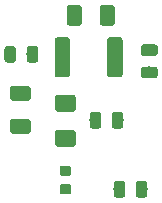
<source format=gbr>
G04 #@! TF.GenerationSoftware,KiCad,Pcbnew,5.0.1*
G04 #@! TF.CreationDate,2018-12-22T16:12:05+01:00*
G04 #@! TF.ProjectId,BiasT,42696173542E6B696361645F70636200,rev?*
G04 #@! TF.SameCoordinates,Original*
G04 #@! TF.FileFunction,Paste,Top*
G04 #@! TF.FilePolarity,Positive*
%FSLAX46Y46*%
G04 Gerber Fmt 4.6, Leading zero omitted, Abs format (unit mm)*
G04 Created by KiCad (PCBNEW 5.0.1) date Sat 22 Dec 2018 04:12:05 PM CET*
%MOMM*%
%LPD*%
G01*
G04 APERTURE LIST*
%ADD10C,0.100000*%
%ADD11C,0.975000*%
%ADD12C,1.425000*%
%ADD13C,1.250000*%
%ADD14C,1.300000*%
%ADD15C,0.875000*%
G04 APERTURE END LIST*
D10*
G04 #@! TO.C,C1*
G36*
X149832142Y-74854674D02*
X149855803Y-74858184D01*
X149879007Y-74863996D01*
X149901529Y-74872054D01*
X149923153Y-74882282D01*
X149943670Y-74894579D01*
X149962883Y-74908829D01*
X149980607Y-74924893D01*
X149996671Y-74942617D01*
X150010921Y-74961830D01*
X150023218Y-74982347D01*
X150033446Y-75003971D01*
X150041504Y-75026493D01*
X150047316Y-75049697D01*
X150050826Y-75073358D01*
X150052000Y-75097250D01*
X150052000Y-75584750D01*
X150050826Y-75608642D01*
X150047316Y-75632303D01*
X150041504Y-75655507D01*
X150033446Y-75678029D01*
X150023218Y-75699653D01*
X150010921Y-75720170D01*
X149996671Y-75739383D01*
X149980607Y-75757107D01*
X149962883Y-75773171D01*
X149943670Y-75787421D01*
X149923153Y-75799718D01*
X149901529Y-75809946D01*
X149879007Y-75818004D01*
X149855803Y-75823816D01*
X149832142Y-75827326D01*
X149808250Y-75828500D01*
X148895750Y-75828500D01*
X148871858Y-75827326D01*
X148848197Y-75823816D01*
X148824993Y-75818004D01*
X148802471Y-75809946D01*
X148780847Y-75799718D01*
X148760330Y-75787421D01*
X148741117Y-75773171D01*
X148723393Y-75757107D01*
X148707329Y-75739383D01*
X148693079Y-75720170D01*
X148680782Y-75699653D01*
X148670554Y-75678029D01*
X148662496Y-75655507D01*
X148656684Y-75632303D01*
X148653174Y-75608642D01*
X148652000Y-75584750D01*
X148652000Y-75097250D01*
X148653174Y-75073358D01*
X148656684Y-75049697D01*
X148662496Y-75026493D01*
X148670554Y-75003971D01*
X148680782Y-74982347D01*
X148693079Y-74961830D01*
X148707329Y-74942617D01*
X148723393Y-74924893D01*
X148741117Y-74908829D01*
X148760330Y-74894579D01*
X148780847Y-74882282D01*
X148802471Y-74872054D01*
X148824993Y-74863996D01*
X148848197Y-74858184D01*
X148871858Y-74854674D01*
X148895750Y-74853500D01*
X149808250Y-74853500D01*
X149832142Y-74854674D01*
X149832142Y-74854674D01*
G37*
D11*
X149352000Y-75341000D03*
D10*
G36*
X149832142Y-76729674D02*
X149855803Y-76733184D01*
X149879007Y-76738996D01*
X149901529Y-76747054D01*
X149923153Y-76757282D01*
X149943670Y-76769579D01*
X149962883Y-76783829D01*
X149980607Y-76799893D01*
X149996671Y-76817617D01*
X150010921Y-76836830D01*
X150023218Y-76857347D01*
X150033446Y-76878971D01*
X150041504Y-76901493D01*
X150047316Y-76924697D01*
X150050826Y-76948358D01*
X150052000Y-76972250D01*
X150052000Y-77459750D01*
X150050826Y-77483642D01*
X150047316Y-77507303D01*
X150041504Y-77530507D01*
X150033446Y-77553029D01*
X150023218Y-77574653D01*
X150010921Y-77595170D01*
X149996671Y-77614383D01*
X149980607Y-77632107D01*
X149962883Y-77648171D01*
X149943670Y-77662421D01*
X149923153Y-77674718D01*
X149901529Y-77684946D01*
X149879007Y-77693004D01*
X149855803Y-77698816D01*
X149832142Y-77702326D01*
X149808250Y-77703500D01*
X148895750Y-77703500D01*
X148871858Y-77702326D01*
X148848197Y-77698816D01*
X148824993Y-77693004D01*
X148802471Y-77684946D01*
X148780847Y-77674718D01*
X148760330Y-77662421D01*
X148741117Y-77648171D01*
X148723393Y-77632107D01*
X148707329Y-77614383D01*
X148693079Y-77595170D01*
X148680782Y-77574653D01*
X148670554Y-77553029D01*
X148662496Y-77530507D01*
X148656684Y-77507303D01*
X148653174Y-77483642D01*
X148652000Y-77459750D01*
X148652000Y-76972250D01*
X148653174Y-76948358D01*
X148656684Y-76924697D01*
X148662496Y-76901493D01*
X148670554Y-76878971D01*
X148680782Y-76857347D01*
X148693079Y-76836830D01*
X148707329Y-76817617D01*
X148723393Y-76799893D01*
X148741117Y-76783829D01*
X148760330Y-76769579D01*
X148780847Y-76757282D01*
X148802471Y-76747054D01*
X148824993Y-76738996D01*
X148848197Y-76733184D01*
X148871858Y-76729674D01*
X148895750Y-76728500D01*
X149808250Y-76728500D01*
X149832142Y-76729674D01*
X149832142Y-76729674D01*
G37*
D11*
X149352000Y-77216000D03*
G04 #@! TD*
D10*
G04 #@! TO.C,C2*
G36*
X137838642Y-74993174D02*
X137862303Y-74996684D01*
X137885507Y-75002496D01*
X137908029Y-75010554D01*
X137929653Y-75020782D01*
X137950170Y-75033079D01*
X137969383Y-75047329D01*
X137987107Y-75063393D01*
X138003171Y-75081117D01*
X138017421Y-75100330D01*
X138029718Y-75120847D01*
X138039946Y-75142471D01*
X138048004Y-75164993D01*
X138053816Y-75188197D01*
X138057326Y-75211858D01*
X138058500Y-75235750D01*
X138058500Y-76148250D01*
X138057326Y-76172142D01*
X138053816Y-76195803D01*
X138048004Y-76219007D01*
X138039946Y-76241529D01*
X138029718Y-76263153D01*
X138017421Y-76283670D01*
X138003171Y-76302883D01*
X137987107Y-76320607D01*
X137969383Y-76336671D01*
X137950170Y-76350921D01*
X137929653Y-76363218D01*
X137908029Y-76373446D01*
X137885507Y-76381504D01*
X137862303Y-76387316D01*
X137838642Y-76390826D01*
X137814750Y-76392000D01*
X137327250Y-76392000D01*
X137303358Y-76390826D01*
X137279697Y-76387316D01*
X137256493Y-76381504D01*
X137233971Y-76373446D01*
X137212347Y-76363218D01*
X137191830Y-76350921D01*
X137172617Y-76336671D01*
X137154893Y-76320607D01*
X137138829Y-76302883D01*
X137124579Y-76283670D01*
X137112282Y-76263153D01*
X137102054Y-76241529D01*
X137093996Y-76219007D01*
X137088184Y-76195803D01*
X137084674Y-76172142D01*
X137083500Y-76148250D01*
X137083500Y-75235750D01*
X137084674Y-75211858D01*
X137088184Y-75188197D01*
X137093996Y-75164993D01*
X137102054Y-75142471D01*
X137112282Y-75120847D01*
X137124579Y-75100330D01*
X137138829Y-75081117D01*
X137154893Y-75063393D01*
X137172617Y-75047329D01*
X137191830Y-75033079D01*
X137212347Y-75020782D01*
X137233971Y-75010554D01*
X137256493Y-75002496D01*
X137279697Y-74996684D01*
X137303358Y-74993174D01*
X137327250Y-74992000D01*
X137814750Y-74992000D01*
X137838642Y-74993174D01*
X137838642Y-74993174D01*
G37*
D11*
X137571000Y-75692000D03*
D10*
G36*
X139713642Y-74993174D02*
X139737303Y-74996684D01*
X139760507Y-75002496D01*
X139783029Y-75010554D01*
X139804653Y-75020782D01*
X139825170Y-75033079D01*
X139844383Y-75047329D01*
X139862107Y-75063393D01*
X139878171Y-75081117D01*
X139892421Y-75100330D01*
X139904718Y-75120847D01*
X139914946Y-75142471D01*
X139923004Y-75164993D01*
X139928816Y-75188197D01*
X139932326Y-75211858D01*
X139933500Y-75235750D01*
X139933500Y-76148250D01*
X139932326Y-76172142D01*
X139928816Y-76195803D01*
X139923004Y-76219007D01*
X139914946Y-76241529D01*
X139904718Y-76263153D01*
X139892421Y-76283670D01*
X139878171Y-76302883D01*
X139862107Y-76320607D01*
X139844383Y-76336671D01*
X139825170Y-76350921D01*
X139804653Y-76363218D01*
X139783029Y-76373446D01*
X139760507Y-76381504D01*
X139737303Y-76387316D01*
X139713642Y-76390826D01*
X139689750Y-76392000D01*
X139202250Y-76392000D01*
X139178358Y-76390826D01*
X139154697Y-76387316D01*
X139131493Y-76381504D01*
X139108971Y-76373446D01*
X139087347Y-76363218D01*
X139066830Y-76350921D01*
X139047617Y-76336671D01*
X139029893Y-76320607D01*
X139013829Y-76302883D01*
X138999579Y-76283670D01*
X138987282Y-76263153D01*
X138977054Y-76241529D01*
X138968996Y-76219007D01*
X138963184Y-76195803D01*
X138959674Y-76172142D01*
X138958500Y-76148250D01*
X138958500Y-75235750D01*
X138959674Y-75211858D01*
X138963184Y-75188197D01*
X138968996Y-75164993D01*
X138977054Y-75142471D01*
X138987282Y-75120847D01*
X138999579Y-75100330D01*
X139013829Y-75081117D01*
X139029893Y-75063393D01*
X139047617Y-75047329D01*
X139066830Y-75033079D01*
X139087347Y-75020782D01*
X139108971Y-75010554D01*
X139131493Y-75002496D01*
X139154697Y-74996684D01*
X139178358Y-74993174D01*
X139202250Y-74992000D01*
X139689750Y-74992000D01*
X139713642Y-74993174D01*
X139713642Y-74993174D01*
G37*
D11*
X139446000Y-75692000D03*
G04 #@! TD*
D10*
G04 #@! TO.C,C3*
G36*
X145047642Y-80581174D02*
X145071303Y-80584684D01*
X145094507Y-80590496D01*
X145117029Y-80598554D01*
X145138653Y-80608782D01*
X145159170Y-80621079D01*
X145178383Y-80635329D01*
X145196107Y-80651393D01*
X145212171Y-80669117D01*
X145226421Y-80688330D01*
X145238718Y-80708847D01*
X145248946Y-80730471D01*
X145257004Y-80752993D01*
X145262816Y-80776197D01*
X145266326Y-80799858D01*
X145267500Y-80823750D01*
X145267500Y-81736250D01*
X145266326Y-81760142D01*
X145262816Y-81783803D01*
X145257004Y-81807007D01*
X145248946Y-81829529D01*
X145238718Y-81851153D01*
X145226421Y-81871670D01*
X145212171Y-81890883D01*
X145196107Y-81908607D01*
X145178383Y-81924671D01*
X145159170Y-81938921D01*
X145138653Y-81951218D01*
X145117029Y-81961446D01*
X145094507Y-81969504D01*
X145071303Y-81975316D01*
X145047642Y-81978826D01*
X145023750Y-81980000D01*
X144536250Y-81980000D01*
X144512358Y-81978826D01*
X144488697Y-81975316D01*
X144465493Y-81969504D01*
X144442971Y-81961446D01*
X144421347Y-81951218D01*
X144400830Y-81938921D01*
X144381617Y-81924671D01*
X144363893Y-81908607D01*
X144347829Y-81890883D01*
X144333579Y-81871670D01*
X144321282Y-81851153D01*
X144311054Y-81829529D01*
X144302996Y-81807007D01*
X144297184Y-81783803D01*
X144293674Y-81760142D01*
X144292500Y-81736250D01*
X144292500Y-80823750D01*
X144293674Y-80799858D01*
X144297184Y-80776197D01*
X144302996Y-80752993D01*
X144311054Y-80730471D01*
X144321282Y-80708847D01*
X144333579Y-80688330D01*
X144347829Y-80669117D01*
X144363893Y-80651393D01*
X144381617Y-80635329D01*
X144400830Y-80621079D01*
X144421347Y-80608782D01*
X144442971Y-80598554D01*
X144465493Y-80590496D01*
X144488697Y-80584684D01*
X144512358Y-80581174D01*
X144536250Y-80580000D01*
X145023750Y-80580000D01*
X145047642Y-80581174D01*
X145047642Y-80581174D01*
G37*
D11*
X144780000Y-81280000D03*
D10*
G36*
X146922642Y-80581174D02*
X146946303Y-80584684D01*
X146969507Y-80590496D01*
X146992029Y-80598554D01*
X147013653Y-80608782D01*
X147034170Y-80621079D01*
X147053383Y-80635329D01*
X147071107Y-80651393D01*
X147087171Y-80669117D01*
X147101421Y-80688330D01*
X147113718Y-80708847D01*
X147123946Y-80730471D01*
X147132004Y-80752993D01*
X147137816Y-80776197D01*
X147141326Y-80799858D01*
X147142500Y-80823750D01*
X147142500Y-81736250D01*
X147141326Y-81760142D01*
X147137816Y-81783803D01*
X147132004Y-81807007D01*
X147123946Y-81829529D01*
X147113718Y-81851153D01*
X147101421Y-81871670D01*
X147087171Y-81890883D01*
X147071107Y-81908607D01*
X147053383Y-81924671D01*
X147034170Y-81938921D01*
X147013653Y-81951218D01*
X146992029Y-81961446D01*
X146969507Y-81969504D01*
X146946303Y-81975316D01*
X146922642Y-81978826D01*
X146898750Y-81980000D01*
X146411250Y-81980000D01*
X146387358Y-81978826D01*
X146363697Y-81975316D01*
X146340493Y-81969504D01*
X146317971Y-81961446D01*
X146296347Y-81951218D01*
X146275830Y-81938921D01*
X146256617Y-81924671D01*
X146238893Y-81908607D01*
X146222829Y-81890883D01*
X146208579Y-81871670D01*
X146196282Y-81851153D01*
X146186054Y-81829529D01*
X146177996Y-81807007D01*
X146172184Y-81783803D01*
X146168674Y-81760142D01*
X146167500Y-81736250D01*
X146167500Y-80823750D01*
X146168674Y-80799858D01*
X146172184Y-80776197D01*
X146177996Y-80752993D01*
X146186054Y-80730471D01*
X146196282Y-80708847D01*
X146208579Y-80688330D01*
X146222829Y-80669117D01*
X146238893Y-80651393D01*
X146256617Y-80635329D01*
X146275830Y-80621079D01*
X146296347Y-80608782D01*
X146317971Y-80598554D01*
X146340493Y-80590496D01*
X146363697Y-80584684D01*
X146387358Y-80581174D01*
X146411250Y-80580000D01*
X146898750Y-80580000D01*
X146922642Y-80581174D01*
X146922642Y-80581174D01*
G37*
D11*
X146655000Y-81280000D03*
G04 #@! TD*
D10*
G04 #@! TO.C,C4*
G36*
X148954642Y-86423174D02*
X148978303Y-86426684D01*
X149001507Y-86432496D01*
X149024029Y-86440554D01*
X149045653Y-86450782D01*
X149066170Y-86463079D01*
X149085383Y-86477329D01*
X149103107Y-86493393D01*
X149119171Y-86511117D01*
X149133421Y-86530330D01*
X149145718Y-86550847D01*
X149155946Y-86572471D01*
X149164004Y-86594993D01*
X149169816Y-86618197D01*
X149173326Y-86641858D01*
X149174500Y-86665750D01*
X149174500Y-87578250D01*
X149173326Y-87602142D01*
X149169816Y-87625803D01*
X149164004Y-87649007D01*
X149155946Y-87671529D01*
X149145718Y-87693153D01*
X149133421Y-87713670D01*
X149119171Y-87732883D01*
X149103107Y-87750607D01*
X149085383Y-87766671D01*
X149066170Y-87780921D01*
X149045653Y-87793218D01*
X149024029Y-87803446D01*
X149001507Y-87811504D01*
X148978303Y-87817316D01*
X148954642Y-87820826D01*
X148930750Y-87822000D01*
X148443250Y-87822000D01*
X148419358Y-87820826D01*
X148395697Y-87817316D01*
X148372493Y-87811504D01*
X148349971Y-87803446D01*
X148328347Y-87793218D01*
X148307830Y-87780921D01*
X148288617Y-87766671D01*
X148270893Y-87750607D01*
X148254829Y-87732883D01*
X148240579Y-87713670D01*
X148228282Y-87693153D01*
X148218054Y-87671529D01*
X148209996Y-87649007D01*
X148204184Y-87625803D01*
X148200674Y-87602142D01*
X148199500Y-87578250D01*
X148199500Y-86665750D01*
X148200674Y-86641858D01*
X148204184Y-86618197D01*
X148209996Y-86594993D01*
X148218054Y-86572471D01*
X148228282Y-86550847D01*
X148240579Y-86530330D01*
X148254829Y-86511117D01*
X148270893Y-86493393D01*
X148288617Y-86477329D01*
X148307830Y-86463079D01*
X148328347Y-86450782D01*
X148349971Y-86440554D01*
X148372493Y-86432496D01*
X148395697Y-86426684D01*
X148419358Y-86423174D01*
X148443250Y-86422000D01*
X148930750Y-86422000D01*
X148954642Y-86423174D01*
X148954642Y-86423174D01*
G37*
D11*
X148687000Y-87122000D03*
D10*
G36*
X147079642Y-86423174D02*
X147103303Y-86426684D01*
X147126507Y-86432496D01*
X147149029Y-86440554D01*
X147170653Y-86450782D01*
X147191170Y-86463079D01*
X147210383Y-86477329D01*
X147228107Y-86493393D01*
X147244171Y-86511117D01*
X147258421Y-86530330D01*
X147270718Y-86550847D01*
X147280946Y-86572471D01*
X147289004Y-86594993D01*
X147294816Y-86618197D01*
X147298326Y-86641858D01*
X147299500Y-86665750D01*
X147299500Y-87578250D01*
X147298326Y-87602142D01*
X147294816Y-87625803D01*
X147289004Y-87649007D01*
X147280946Y-87671529D01*
X147270718Y-87693153D01*
X147258421Y-87713670D01*
X147244171Y-87732883D01*
X147228107Y-87750607D01*
X147210383Y-87766671D01*
X147191170Y-87780921D01*
X147170653Y-87793218D01*
X147149029Y-87803446D01*
X147126507Y-87811504D01*
X147103303Y-87817316D01*
X147079642Y-87820826D01*
X147055750Y-87822000D01*
X146568250Y-87822000D01*
X146544358Y-87820826D01*
X146520697Y-87817316D01*
X146497493Y-87811504D01*
X146474971Y-87803446D01*
X146453347Y-87793218D01*
X146432830Y-87780921D01*
X146413617Y-87766671D01*
X146395893Y-87750607D01*
X146379829Y-87732883D01*
X146365579Y-87713670D01*
X146353282Y-87693153D01*
X146343054Y-87671529D01*
X146334996Y-87649007D01*
X146329184Y-87625803D01*
X146325674Y-87602142D01*
X146324500Y-87578250D01*
X146324500Y-86665750D01*
X146325674Y-86641858D01*
X146329184Y-86618197D01*
X146334996Y-86594993D01*
X146343054Y-86572471D01*
X146353282Y-86550847D01*
X146365579Y-86530330D01*
X146379829Y-86511117D01*
X146395893Y-86493393D01*
X146413617Y-86477329D01*
X146432830Y-86463079D01*
X146453347Y-86450782D01*
X146474971Y-86440554D01*
X146497493Y-86432496D01*
X146520697Y-86426684D01*
X146544358Y-86423174D01*
X146568250Y-86422000D01*
X147055750Y-86422000D01*
X147079642Y-86423174D01*
X147079642Y-86423174D01*
G37*
D11*
X146812000Y-87122000D03*
G04 #@! TD*
D10*
G04 #@! TO.C,L2*
G36*
X142889504Y-79117704D02*
X142913773Y-79121304D01*
X142937571Y-79127265D01*
X142960671Y-79135530D01*
X142982849Y-79146020D01*
X143003893Y-79158633D01*
X143023598Y-79173247D01*
X143041777Y-79189723D01*
X143058253Y-79207902D01*
X143072867Y-79227607D01*
X143085480Y-79248651D01*
X143095970Y-79270829D01*
X143104235Y-79293929D01*
X143110196Y-79317727D01*
X143113796Y-79341996D01*
X143115000Y-79366500D01*
X143115000Y-80291500D01*
X143113796Y-80316004D01*
X143110196Y-80340273D01*
X143104235Y-80364071D01*
X143095970Y-80387171D01*
X143085480Y-80409349D01*
X143072867Y-80430393D01*
X143058253Y-80450098D01*
X143041777Y-80468277D01*
X143023598Y-80484753D01*
X143003893Y-80499367D01*
X142982849Y-80511980D01*
X142960671Y-80522470D01*
X142937571Y-80530735D01*
X142913773Y-80536696D01*
X142889504Y-80540296D01*
X142865000Y-80541500D01*
X141615000Y-80541500D01*
X141590496Y-80540296D01*
X141566227Y-80536696D01*
X141542429Y-80530735D01*
X141519329Y-80522470D01*
X141497151Y-80511980D01*
X141476107Y-80499367D01*
X141456402Y-80484753D01*
X141438223Y-80468277D01*
X141421747Y-80450098D01*
X141407133Y-80430393D01*
X141394520Y-80409349D01*
X141384030Y-80387171D01*
X141375765Y-80364071D01*
X141369804Y-80340273D01*
X141366204Y-80316004D01*
X141365000Y-80291500D01*
X141365000Y-79366500D01*
X141366204Y-79341996D01*
X141369804Y-79317727D01*
X141375765Y-79293929D01*
X141384030Y-79270829D01*
X141394520Y-79248651D01*
X141407133Y-79227607D01*
X141421747Y-79207902D01*
X141438223Y-79189723D01*
X141456402Y-79173247D01*
X141476107Y-79158633D01*
X141497151Y-79146020D01*
X141519329Y-79135530D01*
X141542429Y-79127265D01*
X141566227Y-79121304D01*
X141590496Y-79117704D01*
X141615000Y-79116500D01*
X142865000Y-79116500D01*
X142889504Y-79117704D01*
X142889504Y-79117704D01*
G37*
D12*
X142240000Y-79829000D03*
D10*
G36*
X142889504Y-82092704D02*
X142913773Y-82096304D01*
X142937571Y-82102265D01*
X142960671Y-82110530D01*
X142982849Y-82121020D01*
X143003893Y-82133633D01*
X143023598Y-82148247D01*
X143041777Y-82164723D01*
X143058253Y-82182902D01*
X143072867Y-82202607D01*
X143085480Y-82223651D01*
X143095970Y-82245829D01*
X143104235Y-82268929D01*
X143110196Y-82292727D01*
X143113796Y-82316996D01*
X143115000Y-82341500D01*
X143115000Y-83266500D01*
X143113796Y-83291004D01*
X143110196Y-83315273D01*
X143104235Y-83339071D01*
X143095970Y-83362171D01*
X143085480Y-83384349D01*
X143072867Y-83405393D01*
X143058253Y-83425098D01*
X143041777Y-83443277D01*
X143023598Y-83459753D01*
X143003893Y-83474367D01*
X142982849Y-83486980D01*
X142960671Y-83497470D01*
X142937571Y-83505735D01*
X142913773Y-83511696D01*
X142889504Y-83515296D01*
X142865000Y-83516500D01*
X141615000Y-83516500D01*
X141590496Y-83515296D01*
X141566227Y-83511696D01*
X141542429Y-83505735D01*
X141519329Y-83497470D01*
X141497151Y-83486980D01*
X141476107Y-83474367D01*
X141456402Y-83459753D01*
X141438223Y-83443277D01*
X141421747Y-83425098D01*
X141407133Y-83405393D01*
X141394520Y-83384349D01*
X141384030Y-83362171D01*
X141375765Y-83339071D01*
X141369804Y-83315273D01*
X141366204Y-83291004D01*
X141365000Y-83266500D01*
X141365000Y-82341500D01*
X141366204Y-82316996D01*
X141369804Y-82292727D01*
X141375765Y-82268929D01*
X141384030Y-82245829D01*
X141394520Y-82223651D01*
X141407133Y-82202607D01*
X141421747Y-82182902D01*
X141438223Y-82164723D01*
X141456402Y-82148247D01*
X141476107Y-82133633D01*
X141497151Y-82121020D01*
X141519329Y-82110530D01*
X141542429Y-82102265D01*
X141566227Y-82096304D01*
X141590496Y-82092704D01*
X141615000Y-82091500D01*
X142865000Y-82091500D01*
X142889504Y-82092704D01*
X142889504Y-82092704D01*
G37*
D12*
X142240000Y-82804000D03*
G04 #@! TD*
D10*
G04 #@! TO.C,R1*
G36*
X143395504Y-71516204D02*
X143419773Y-71519804D01*
X143443571Y-71525765D01*
X143466671Y-71534030D01*
X143488849Y-71544520D01*
X143509893Y-71557133D01*
X143529598Y-71571747D01*
X143547777Y-71588223D01*
X143564253Y-71606402D01*
X143578867Y-71626107D01*
X143591480Y-71647151D01*
X143601970Y-71669329D01*
X143610235Y-71692429D01*
X143616196Y-71716227D01*
X143619796Y-71740496D01*
X143621000Y-71765000D01*
X143621000Y-73015000D01*
X143619796Y-73039504D01*
X143616196Y-73063773D01*
X143610235Y-73087571D01*
X143601970Y-73110671D01*
X143591480Y-73132849D01*
X143578867Y-73153893D01*
X143564253Y-73173598D01*
X143547777Y-73191777D01*
X143529598Y-73208253D01*
X143509893Y-73222867D01*
X143488849Y-73235480D01*
X143466671Y-73245970D01*
X143443571Y-73254235D01*
X143419773Y-73260196D01*
X143395504Y-73263796D01*
X143371000Y-73265000D01*
X142621000Y-73265000D01*
X142596496Y-73263796D01*
X142572227Y-73260196D01*
X142548429Y-73254235D01*
X142525329Y-73245970D01*
X142503151Y-73235480D01*
X142482107Y-73222867D01*
X142462402Y-73208253D01*
X142444223Y-73191777D01*
X142427747Y-73173598D01*
X142413133Y-73153893D01*
X142400520Y-73132849D01*
X142390030Y-73110671D01*
X142381765Y-73087571D01*
X142375804Y-73063773D01*
X142372204Y-73039504D01*
X142371000Y-73015000D01*
X142371000Y-71765000D01*
X142372204Y-71740496D01*
X142375804Y-71716227D01*
X142381765Y-71692429D01*
X142390030Y-71669329D01*
X142400520Y-71647151D01*
X142413133Y-71626107D01*
X142427747Y-71606402D01*
X142444223Y-71588223D01*
X142462402Y-71571747D01*
X142482107Y-71557133D01*
X142503151Y-71544520D01*
X142525329Y-71534030D01*
X142548429Y-71525765D01*
X142572227Y-71519804D01*
X142596496Y-71516204D01*
X142621000Y-71515000D01*
X143371000Y-71515000D01*
X143395504Y-71516204D01*
X143395504Y-71516204D01*
G37*
D13*
X142996000Y-72390000D03*
D10*
G36*
X146195504Y-71516204D02*
X146219773Y-71519804D01*
X146243571Y-71525765D01*
X146266671Y-71534030D01*
X146288849Y-71544520D01*
X146309893Y-71557133D01*
X146329598Y-71571747D01*
X146347777Y-71588223D01*
X146364253Y-71606402D01*
X146378867Y-71626107D01*
X146391480Y-71647151D01*
X146401970Y-71669329D01*
X146410235Y-71692429D01*
X146416196Y-71716227D01*
X146419796Y-71740496D01*
X146421000Y-71765000D01*
X146421000Y-73015000D01*
X146419796Y-73039504D01*
X146416196Y-73063773D01*
X146410235Y-73087571D01*
X146401970Y-73110671D01*
X146391480Y-73132849D01*
X146378867Y-73153893D01*
X146364253Y-73173598D01*
X146347777Y-73191777D01*
X146329598Y-73208253D01*
X146309893Y-73222867D01*
X146288849Y-73235480D01*
X146266671Y-73245970D01*
X146243571Y-73254235D01*
X146219773Y-73260196D01*
X146195504Y-73263796D01*
X146171000Y-73265000D01*
X145421000Y-73265000D01*
X145396496Y-73263796D01*
X145372227Y-73260196D01*
X145348429Y-73254235D01*
X145325329Y-73245970D01*
X145303151Y-73235480D01*
X145282107Y-73222867D01*
X145262402Y-73208253D01*
X145244223Y-73191777D01*
X145227747Y-73173598D01*
X145213133Y-73153893D01*
X145200520Y-73132849D01*
X145190030Y-73110671D01*
X145181765Y-73087571D01*
X145175804Y-73063773D01*
X145172204Y-73039504D01*
X145171000Y-73015000D01*
X145171000Y-71765000D01*
X145172204Y-71740496D01*
X145175804Y-71716227D01*
X145181765Y-71692429D01*
X145190030Y-71669329D01*
X145200520Y-71647151D01*
X145213133Y-71626107D01*
X145227747Y-71606402D01*
X145244223Y-71588223D01*
X145262402Y-71571747D01*
X145282107Y-71557133D01*
X145303151Y-71544520D01*
X145325329Y-71534030D01*
X145348429Y-71525765D01*
X145372227Y-71519804D01*
X145396496Y-71516204D01*
X145421000Y-71515000D01*
X146171000Y-71515000D01*
X146195504Y-71516204D01*
X146195504Y-71516204D01*
G37*
D13*
X145796000Y-72390000D03*
G04 #@! TD*
D10*
G04 #@! TO.C,R2*
G36*
X139079504Y-78364204D02*
X139103773Y-78367804D01*
X139127571Y-78373765D01*
X139150671Y-78382030D01*
X139172849Y-78392520D01*
X139193893Y-78405133D01*
X139213598Y-78419747D01*
X139231777Y-78436223D01*
X139248253Y-78454402D01*
X139262867Y-78474107D01*
X139275480Y-78495151D01*
X139285970Y-78517329D01*
X139294235Y-78540429D01*
X139300196Y-78564227D01*
X139303796Y-78588496D01*
X139305000Y-78613000D01*
X139305000Y-79363000D01*
X139303796Y-79387504D01*
X139300196Y-79411773D01*
X139294235Y-79435571D01*
X139285970Y-79458671D01*
X139275480Y-79480849D01*
X139262867Y-79501893D01*
X139248253Y-79521598D01*
X139231777Y-79539777D01*
X139213598Y-79556253D01*
X139193893Y-79570867D01*
X139172849Y-79583480D01*
X139150671Y-79593970D01*
X139127571Y-79602235D01*
X139103773Y-79608196D01*
X139079504Y-79611796D01*
X139055000Y-79613000D01*
X137805000Y-79613000D01*
X137780496Y-79611796D01*
X137756227Y-79608196D01*
X137732429Y-79602235D01*
X137709329Y-79593970D01*
X137687151Y-79583480D01*
X137666107Y-79570867D01*
X137646402Y-79556253D01*
X137628223Y-79539777D01*
X137611747Y-79521598D01*
X137597133Y-79501893D01*
X137584520Y-79480849D01*
X137574030Y-79458671D01*
X137565765Y-79435571D01*
X137559804Y-79411773D01*
X137556204Y-79387504D01*
X137555000Y-79363000D01*
X137555000Y-78613000D01*
X137556204Y-78588496D01*
X137559804Y-78564227D01*
X137565765Y-78540429D01*
X137574030Y-78517329D01*
X137584520Y-78495151D01*
X137597133Y-78474107D01*
X137611747Y-78454402D01*
X137628223Y-78436223D01*
X137646402Y-78419747D01*
X137666107Y-78405133D01*
X137687151Y-78392520D01*
X137709329Y-78382030D01*
X137732429Y-78373765D01*
X137756227Y-78367804D01*
X137780496Y-78364204D01*
X137805000Y-78363000D01*
X139055000Y-78363000D01*
X139079504Y-78364204D01*
X139079504Y-78364204D01*
G37*
D13*
X138430000Y-78988000D03*
D10*
G36*
X139079504Y-81164204D02*
X139103773Y-81167804D01*
X139127571Y-81173765D01*
X139150671Y-81182030D01*
X139172849Y-81192520D01*
X139193893Y-81205133D01*
X139213598Y-81219747D01*
X139231777Y-81236223D01*
X139248253Y-81254402D01*
X139262867Y-81274107D01*
X139275480Y-81295151D01*
X139285970Y-81317329D01*
X139294235Y-81340429D01*
X139300196Y-81364227D01*
X139303796Y-81388496D01*
X139305000Y-81413000D01*
X139305000Y-82163000D01*
X139303796Y-82187504D01*
X139300196Y-82211773D01*
X139294235Y-82235571D01*
X139285970Y-82258671D01*
X139275480Y-82280849D01*
X139262867Y-82301893D01*
X139248253Y-82321598D01*
X139231777Y-82339777D01*
X139213598Y-82356253D01*
X139193893Y-82370867D01*
X139172849Y-82383480D01*
X139150671Y-82393970D01*
X139127571Y-82402235D01*
X139103773Y-82408196D01*
X139079504Y-82411796D01*
X139055000Y-82413000D01*
X137805000Y-82413000D01*
X137780496Y-82411796D01*
X137756227Y-82408196D01*
X137732429Y-82402235D01*
X137709329Y-82393970D01*
X137687151Y-82383480D01*
X137666107Y-82370867D01*
X137646402Y-82356253D01*
X137628223Y-82339777D01*
X137611747Y-82321598D01*
X137597133Y-82301893D01*
X137584520Y-82280849D01*
X137574030Y-82258671D01*
X137565765Y-82235571D01*
X137559804Y-82211773D01*
X137556204Y-82187504D01*
X137555000Y-82163000D01*
X137555000Y-81413000D01*
X137556204Y-81388496D01*
X137559804Y-81364227D01*
X137565765Y-81340429D01*
X137574030Y-81317329D01*
X137584520Y-81295151D01*
X137597133Y-81274107D01*
X137611747Y-81254402D01*
X137628223Y-81236223D01*
X137646402Y-81219747D01*
X137666107Y-81205133D01*
X137687151Y-81192520D01*
X137709329Y-81182030D01*
X137732429Y-81173765D01*
X137756227Y-81167804D01*
X137780496Y-81164204D01*
X137805000Y-81163000D01*
X139055000Y-81163000D01*
X139079504Y-81164204D01*
X139079504Y-81164204D01*
G37*
D13*
X138430000Y-81788000D03*
G04 #@! TD*
D10*
G04 #@! TO.C,L1*
G36*
X146860504Y-74247204D02*
X146884773Y-74250804D01*
X146908571Y-74256765D01*
X146931671Y-74265030D01*
X146953849Y-74275520D01*
X146974893Y-74288133D01*
X146994598Y-74302747D01*
X147012777Y-74319223D01*
X147029253Y-74337402D01*
X147043867Y-74357107D01*
X147056480Y-74378151D01*
X147066970Y-74400329D01*
X147075235Y-74423429D01*
X147081196Y-74447227D01*
X147084796Y-74471496D01*
X147086000Y-74496000D01*
X147086000Y-77396000D01*
X147084796Y-77420504D01*
X147081196Y-77444773D01*
X147075235Y-77468571D01*
X147066970Y-77491671D01*
X147056480Y-77513849D01*
X147043867Y-77534893D01*
X147029253Y-77554598D01*
X147012777Y-77572777D01*
X146994598Y-77589253D01*
X146974893Y-77603867D01*
X146953849Y-77616480D01*
X146931671Y-77626970D01*
X146908571Y-77635235D01*
X146884773Y-77641196D01*
X146860504Y-77644796D01*
X146836000Y-77646000D01*
X146036000Y-77646000D01*
X146011496Y-77644796D01*
X145987227Y-77641196D01*
X145963429Y-77635235D01*
X145940329Y-77626970D01*
X145918151Y-77616480D01*
X145897107Y-77603867D01*
X145877402Y-77589253D01*
X145859223Y-77572777D01*
X145842747Y-77554598D01*
X145828133Y-77534893D01*
X145815520Y-77513849D01*
X145805030Y-77491671D01*
X145796765Y-77468571D01*
X145790804Y-77444773D01*
X145787204Y-77420504D01*
X145786000Y-77396000D01*
X145786000Y-74496000D01*
X145787204Y-74471496D01*
X145790804Y-74447227D01*
X145796765Y-74423429D01*
X145805030Y-74400329D01*
X145815520Y-74378151D01*
X145828133Y-74357107D01*
X145842747Y-74337402D01*
X145859223Y-74319223D01*
X145877402Y-74302747D01*
X145897107Y-74288133D01*
X145918151Y-74275520D01*
X145940329Y-74265030D01*
X145963429Y-74256765D01*
X145987227Y-74250804D01*
X146011496Y-74247204D01*
X146036000Y-74246000D01*
X146836000Y-74246000D01*
X146860504Y-74247204D01*
X146860504Y-74247204D01*
G37*
D14*
X146436000Y-75946000D03*
D10*
G36*
X142410504Y-74247204D02*
X142434773Y-74250804D01*
X142458571Y-74256765D01*
X142481671Y-74265030D01*
X142503849Y-74275520D01*
X142524893Y-74288133D01*
X142544598Y-74302747D01*
X142562777Y-74319223D01*
X142579253Y-74337402D01*
X142593867Y-74357107D01*
X142606480Y-74378151D01*
X142616970Y-74400329D01*
X142625235Y-74423429D01*
X142631196Y-74447227D01*
X142634796Y-74471496D01*
X142636000Y-74496000D01*
X142636000Y-77396000D01*
X142634796Y-77420504D01*
X142631196Y-77444773D01*
X142625235Y-77468571D01*
X142616970Y-77491671D01*
X142606480Y-77513849D01*
X142593867Y-77534893D01*
X142579253Y-77554598D01*
X142562777Y-77572777D01*
X142544598Y-77589253D01*
X142524893Y-77603867D01*
X142503849Y-77616480D01*
X142481671Y-77626970D01*
X142458571Y-77635235D01*
X142434773Y-77641196D01*
X142410504Y-77644796D01*
X142386000Y-77646000D01*
X141586000Y-77646000D01*
X141561496Y-77644796D01*
X141537227Y-77641196D01*
X141513429Y-77635235D01*
X141490329Y-77626970D01*
X141468151Y-77616480D01*
X141447107Y-77603867D01*
X141427402Y-77589253D01*
X141409223Y-77572777D01*
X141392747Y-77554598D01*
X141378133Y-77534893D01*
X141365520Y-77513849D01*
X141355030Y-77491671D01*
X141346765Y-77468571D01*
X141340804Y-77444773D01*
X141337204Y-77420504D01*
X141336000Y-77396000D01*
X141336000Y-74496000D01*
X141337204Y-74471496D01*
X141340804Y-74447227D01*
X141346765Y-74423429D01*
X141355030Y-74400329D01*
X141365520Y-74378151D01*
X141378133Y-74357107D01*
X141392747Y-74337402D01*
X141409223Y-74319223D01*
X141427402Y-74302747D01*
X141447107Y-74288133D01*
X141468151Y-74275520D01*
X141490329Y-74265030D01*
X141513429Y-74256765D01*
X141537227Y-74250804D01*
X141561496Y-74247204D01*
X141586000Y-74246000D01*
X142386000Y-74246000D01*
X142410504Y-74247204D01*
X142410504Y-74247204D01*
G37*
D14*
X141986000Y-75946000D03*
G04 #@! TD*
D10*
G04 #@! TO.C,L3*
G36*
X142517691Y-85110553D02*
X142538926Y-85113703D01*
X142559750Y-85118919D01*
X142579962Y-85126151D01*
X142599368Y-85135330D01*
X142617781Y-85146366D01*
X142635024Y-85159154D01*
X142650930Y-85173570D01*
X142665346Y-85189476D01*
X142678134Y-85206719D01*
X142689170Y-85225132D01*
X142698349Y-85244538D01*
X142705581Y-85264750D01*
X142710797Y-85285574D01*
X142713947Y-85306809D01*
X142715000Y-85328250D01*
X142715000Y-85765750D01*
X142713947Y-85787191D01*
X142710797Y-85808426D01*
X142705581Y-85829250D01*
X142698349Y-85849462D01*
X142689170Y-85868868D01*
X142678134Y-85887281D01*
X142665346Y-85904524D01*
X142650930Y-85920430D01*
X142635024Y-85934846D01*
X142617781Y-85947634D01*
X142599368Y-85958670D01*
X142579962Y-85967849D01*
X142559750Y-85975081D01*
X142538926Y-85980297D01*
X142517691Y-85983447D01*
X142496250Y-85984500D01*
X141983750Y-85984500D01*
X141962309Y-85983447D01*
X141941074Y-85980297D01*
X141920250Y-85975081D01*
X141900038Y-85967849D01*
X141880632Y-85958670D01*
X141862219Y-85947634D01*
X141844976Y-85934846D01*
X141829070Y-85920430D01*
X141814654Y-85904524D01*
X141801866Y-85887281D01*
X141790830Y-85868868D01*
X141781651Y-85849462D01*
X141774419Y-85829250D01*
X141769203Y-85808426D01*
X141766053Y-85787191D01*
X141765000Y-85765750D01*
X141765000Y-85328250D01*
X141766053Y-85306809D01*
X141769203Y-85285574D01*
X141774419Y-85264750D01*
X141781651Y-85244538D01*
X141790830Y-85225132D01*
X141801866Y-85206719D01*
X141814654Y-85189476D01*
X141829070Y-85173570D01*
X141844976Y-85159154D01*
X141862219Y-85146366D01*
X141880632Y-85135330D01*
X141900038Y-85126151D01*
X141920250Y-85118919D01*
X141941074Y-85113703D01*
X141962309Y-85110553D01*
X141983750Y-85109500D01*
X142496250Y-85109500D01*
X142517691Y-85110553D01*
X142517691Y-85110553D01*
G37*
D15*
X142240000Y-85547000D03*
D10*
G36*
X142517691Y-86685553D02*
X142538926Y-86688703D01*
X142559750Y-86693919D01*
X142579962Y-86701151D01*
X142599368Y-86710330D01*
X142617781Y-86721366D01*
X142635024Y-86734154D01*
X142650930Y-86748570D01*
X142665346Y-86764476D01*
X142678134Y-86781719D01*
X142689170Y-86800132D01*
X142698349Y-86819538D01*
X142705581Y-86839750D01*
X142710797Y-86860574D01*
X142713947Y-86881809D01*
X142715000Y-86903250D01*
X142715000Y-87340750D01*
X142713947Y-87362191D01*
X142710797Y-87383426D01*
X142705581Y-87404250D01*
X142698349Y-87424462D01*
X142689170Y-87443868D01*
X142678134Y-87462281D01*
X142665346Y-87479524D01*
X142650930Y-87495430D01*
X142635024Y-87509846D01*
X142617781Y-87522634D01*
X142599368Y-87533670D01*
X142579962Y-87542849D01*
X142559750Y-87550081D01*
X142538926Y-87555297D01*
X142517691Y-87558447D01*
X142496250Y-87559500D01*
X141983750Y-87559500D01*
X141962309Y-87558447D01*
X141941074Y-87555297D01*
X141920250Y-87550081D01*
X141900038Y-87542849D01*
X141880632Y-87533670D01*
X141862219Y-87522634D01*
X141844976Y-87509846D01*
X141829070Y-87495430D01*
X141814654Y-87479524D01*
X141801866Y-87462281D01*
X141790830Y-87443868D01*
X141781651Y-87424462D01*
X141774419Y-87404250D01*
X141769203Y-87383426D01*
X141766053Y-87362191D01*
X141765000Y-87340750D01*
X141765000Y-86903250D01*
X141766053Y-86881809D01*
X141769203Y-86860574D01*
X141774419Y-86839750D01*
X141781651Y-86819538D01*
X141790830Y-86800132D01*
X141801866Y-86781719D01*
X141814654Y-86764476D01*
X141829070Y-86748570D01*
X141844976Y-86734154D01*
X141862219Y-86721366D01*
X141880632Y-86710330D01*
X141900038Y-86701151D01*
X141920250Y-86693919D01*
X141941074Y-86688703D01*
X141962309Y-86685553D01*
X141983750Y-86684500D01*
X142496250Y-86684500D01*
X142517691Y-86685553D01*
X142517691Y-86685553D01*
G37*
D15*
X142240000Y-87122000D03*
G04 #@! TD*
M02*

</source>
